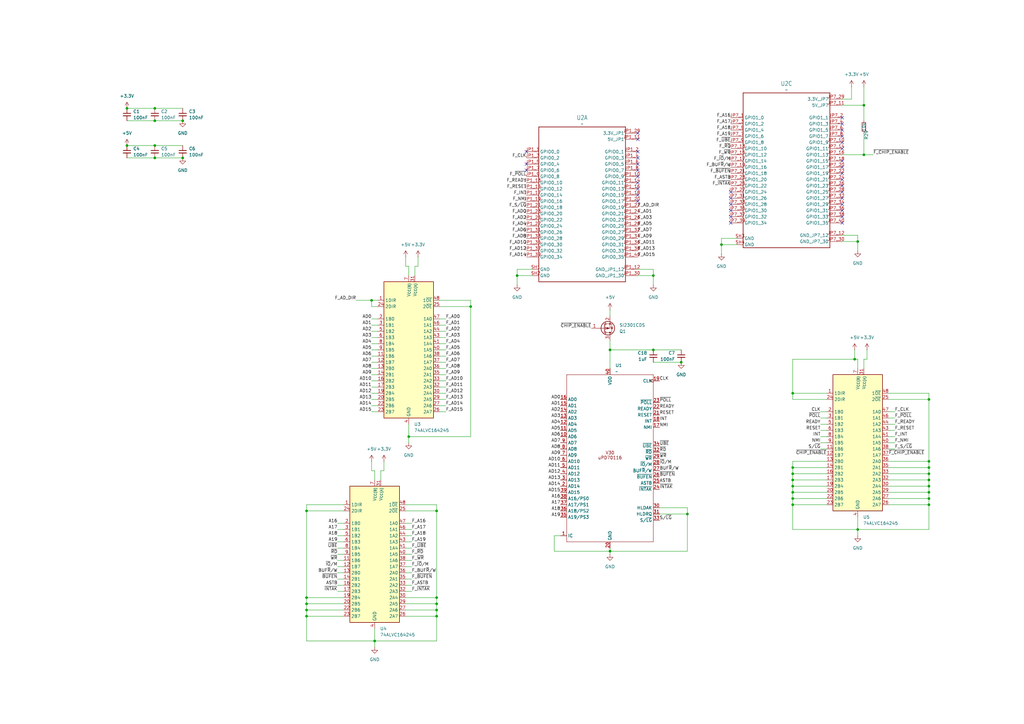
<source format=kicad_sch>
(kicad_sch (version 20231120) (generator "eeschema") (generator_version "8.0")
  (paper "A3")
  (junction (at 325.12 196.85))
  (junction (at 381 191.77))
  (junction (at 325.12 194.31))
  (junction (at 193.04 125.73))
  (junction (at 281.94 210.82))
  (junction (at 125.73 252.73))
  (junction (at 325.12 191.77))
  (junction (at 74.93 64.77))
  (junction (at 267.97 113.03))
  (junction (at 167.64 179.07))
  (junction (at 350.52 147.32))
  (junction (at 179.07 245.11))
  (junction (at 152.4 123.19))
  (junction (at 267.97 143.51))
  (junction (at 354.33 43.18))
  (junction (at 250.19 143.51))
  (junction (at 74.93 49.53))
  (junction (at 325.12 204.47))
  (junction (at 63.5 44.45))
  (junction (at 63.5 59.69))
  (junction (at 381 199.39))
  (junction (at 125.73 209.55))
  (junction (at 325.12 201.93))
  (junction (at 381 201.93))
  (junction (at 351.79 217.17))
  (junction (at 179.07 247.65))
  (junction (at 125.73 250.19))
  (junction (at 381 196.85))
  (junction (at 381 204.47))
  (junction (at 279.4 148.59))
  (junction (at 153.67 262.89))
  (junction (at 52.07 44.45))
  (junction (at 351.79 99.06))
  (junction (at 325.12 207.01))
  (junction (at 179.07 209.55))
  (junction (at 325.12 199.39))
  (junction (at 125.73 245.11))
  (junction (at 295.91 100.33))
  (junction (at 381 207.01))
  (junction (at 381 163.83))
  (junction (at 125.73 247.65))
  (junction (at 179.07 252.73))
  (junction (at 250.19 226.06))
  (junction (at 179.07 250.19))
  (junction (at 381 194.31))
  (junction (at 63.5 49.53))
  (junction (at 63.5 64.77))
  (junction (at 325.12 161.29))
  (junction (at 212.09 113.03))
  (junction (at 381 189.23))
  (junction (at 52.07 59.69))
  (junction (at 354.33 63.5))
  (no_connect (at 215.9 67.31))
  (no_connect (at 345.44 86.36))
  (no_connect (at 261.62 54.61))
  (no_connect (at 299.72 78.74))
  (no_connect (at 345.44 91.44))
  (no_connect (at 345.44 53.34))
  (no_connect (at 261.62 64.77))
  (no_connect (at 261.62 77.47))
  (no_connect (at 345.44 83.82))
  (no_connect (at 345.44 50.8))
  (no_connect (at 215.9 69.85))
  (no_connect (at 345.44 71.12))
  (no_connect (at 261.62 74.93))
  (no_connect (at 345.44 88.9))
  (no_connect (at 345.44 48.26))
  (no_connect (at 299.72 83.82))
  (no_connect (at 299.72 91.44))
  (no_connect (at 345.44 58.42))
  (no_connect (at 261.62 67.31))
  (no_connect (at 345.44 68.58))
  (no_connect (at 215.9 62.23))
  (no_connect (at 345.44 66.04))
  (no_connect (at 261.62 57.15))
  (no_connect (at 299.72 86.36))
  (no_connect (at 345.44 76.2))
  (no_connect (at 345.44 78.74))
  (no_connect (at 261.62 62.23))
  (no_connect (at 261.62 80.01))
  (no_connect (at 261.62 69.85))
  (no_connect (at 345.44 55.88))
  (no_connect (at 261.62 82.55))
  (no_connect (at 345.44 60.96))
  (no_connect (at 299.72 81.28))
  (no_connect (at 261.62 72.39))
  (no_connect (at 345.44 81.28))
  (no_connect (at 299.72 88.9))
  (no_connect (at 345.44 73.66))
  (wire (pts (xy 364.49 163.83) (xy 381 163.83)))
  (wire (pts (xy 267.97 113.03) (xy 267.97 116.84)))
  (wire (pts (xy 152.4 161.29) (xy 154.94 161.29)))
  (wire (pts (xy 381 194.31) (xy 381 191.77)))
  (wire (pts (xy 355.6 147.32) (xy 355.6 143.51)))
  (wire (pts (xy 325.12 163.83) (xy 339.09 163.83)))
  (wire (pts (xy 281.94 208.28) (xy 281.94 210.82)))
  (wire (pts (xy 180.34 146.05) (xy 182.88 146.05)))
  (wire (pts (xy 270.51 208.28) (xy 281.94 208.28)))
  (wire (pts (xy 350.52 147.32) (xy 325.12 147.32)))
  (wire (pts (xy 270.51 210.82) (xy 281.94 210.82)))
  (wire (pts (xy 354.33 54.61) (xy 354.33 63.5)))
  (wire (pts (xy 351.79 96.52) (xy 351.79 99.06)))
  (wire (pts (xy 140.97 224.79) (xy 138.43 224.79)))
  (wire (pts (xy 364.49 199.39) (xy 381 199.39)))
  (wire (pts (xy 125.73 250.19) (xy 140.97 250.19)))
  (wire (pts (xy 325.12 147.32) (xy 325.12 161.29)))
  (wire (pts (xy 125.73 252.73) (xy 125.73 262.89)))
  (wire (pts (xy 325.12 189.23) (xy 325.12 191.77)))
  (wire (pts (xy 152.4 156.21) (xy 154.94 156.21)))
  (wire (pts (xy 167.64 109.22) (xy 166.37 109.22)))
  (wire (pts (xy 140.97 227.33) (xy 138.43 227.33)))
  (wire (pts (xy 179.07 209.55) (xy 179.07 207.01)))
  (wire (pts (xy 350.52 147.32) (xy 350.52 143.51)))
  (wire (pts (xy 140.97 247.65) (xy 125.73 247.65)))
  (wire (pts (xy 152.4 151.13) (xy 154.94 151.13)))
  (wire (pts (xy 153.67 196.85) (xy 153.67 193.04)))
  (wire (pts (xy 152.4 148.59) (xy 154.94 148.59)))
  (wire (pts (xy 339.09 179.07) (xy 336.55 179.07)))
  (wire (pts (xy 125.73 245.11) (xy 140.97 245.11)))
  (wire (pts (xy 152.4 193.04) (xy 152.4 189.23)))
  (wire (pts (xy 381 217.17) (xy 351.79 217.17)))
  (wire (pts (xy 168.91 227.33) (xy 166.37 227.33)))
  (wire (pts (xy 227.33 219.71) (xy 227.33 226.06)))
  (wire (pts (xy 140.97 232.41) (xy 138.43 232.41)))
  (wire (pts (xy 364.49 194.31) (xy 381 194.31)))
  (wire (pts (xy 146.05 123.19) (xy 152.4 123.19)))
  (wire (pts (xy 212.09 113.03) (xy 212.09 116.84)))
  (wire (pts (xy 180.34 125.73) (xy 193.04 125.73)))
  (wire (pts (xy 367.03 173.99) (xy 364.49 173.99)))
  (wire (pts (xy 63.5 44.45) (xy 74.93 44.45)))
  (wire (pts (xy 354.33 63.5) (xy 345.44 63.5)))
  (wire (pts (xy 152.4 163.83) (xy 154.94 163.83)))
  (wire (pts (xy 358.14 63.5) (xy 354.33 63.5)))
  (wire (pts (xy 381 196.85) (xy 381 194.31)))
  (wire (pts (xy 180.34 156.21) (xy 182.88 156.21)))
  (wire (pts (xy 52.07 49.53) (xy 63.5 49.53)))
  (wire (pts (xy 168.91 222.25) (xy 166.37 222.25)))
  (wire (pts (xy 152.4 140.97) (xy 154.94 140.97)))
  (wire (pts (xy 339.09 171.45) (xy 336.55 171.45)))
  (wire (pts (xy 152.4 153.67) (xy 154.94 153.67)))
  (wire (pts (xy 325.12 189.23) (xy 339.09 189.23)))
  (wire (pts (xy 152.4 135.89) (xy 154.94 135.89)))
  (wire (pts (xy 157.48 193.04) (xy 157.48 189.23)))
  (wire (pts (xy 152.4 123.19) (xy 154.94 123.19)))
  (wire (pts (xy 295.91 100.33) (xy 295.91 104.14)))
  (wire (pts (xy 325.12 204.47) (xy 325.12 207.01)))
  (wire (pts (xy 381 199.39) (xy 381 196.85)))
  (wire (pts (xy 354.33 147.32) (xy 355.6 147.32)))
  (wire (pts (xy 166.37 109.22) (xy 166.37 105.41)))
  (wire (pts (xy 250.19 139.7) (xy 250.19 143.51)))
  (wire (pts (xy 171.45 109.22) (xy 171.45 105.41)))
  (wire (pts (xy 339.09 184.15) (xy 336.55 184.15)))
  (wire (pts (xy 325.12 194.31) (xy 339.09 194.31)))
  (wire (pts (xy 381 207.01) (xy 381 204.47)))
  (wire (pts (xy 325.12 199.39) (xy 325.12 201.93)))
  (wire (pts (xy 193.04 123.19) (xy 193.04 125.73)))
  (wire (pts (xy 168.91 232.41) (xy 166.37 232.41)))
  (wire (pts (xy 180.34 135.89) (xy 182.88 135.89)))
  (wire (pts (xy 381 163.83) (xy 381 189.23)))
  (wire (pts (xy 351.79 147.32) (xy 350.52 147.32)))
  (wire (pts (xy 156.21 196.85) (xy 156.21 193.04)))
  (wire (pts (xy 153.67 262.89) (xy 153.67 265.43)))
  (wire (pts (xy 125.73 207.01) (xy 125.73 209.55)))
  (wire (pts (xy 166.37 209.55) (xy 179.07 209.55)))
  (wire (pts (xy 339.09 181.61) (xy 336.55 181.61)))
  (wire (pts (xy 170.18 113.03) (xy 170.18 109.22)))
  (wire (pts (xy 180.34 166.37) (xy 182.88 166.37)))
  (wire (pts (xy 63.5 49.53) (xy 74.93 49.53)))
  (wire (pts (xy 339.09 161.29) (xy 325.12 161.29)))
  (wire (pts (xy 166.37 245.11) (xy 179.07 245.11)))
  (wire (pts (xy 168.91 229.87) (xy 166.37 229.87)))
  (wire (pts (xy 180.34 151.13) (xy 182.88 151.13)))
  (wire (pts (xy 152.4 146.05) (xy 154.94 146.05)))
  (wire (pts (xy 52.07 59.69) (xy 63.5 59.69)))
  (wire (pts (xy 168.91 224.79) (xy 166.37 224.79)))
  (wire (pts (xy 179.07 252.73) (xy 179.07 250.19)))
  (wire (pts (xy 345.44 43.18) (xy 354.33 43.18)))
  (wire (pts (xy 166.37 252.73) (xy 179.07 252.73)))
  (wire (pts (xy 250.19 127) (xy 250.19 129.54)))
  (wire (pts (xy 354.33 151.13) (xy 354.33 147.32)))
  (wire (pts (xy 261.62 110.49) (xy 267.97 110.49)))
  (wire (pts (xy 152.4 125.73) (xy 152.4 123.19)))
  (wire (pts (xy 125.73 252.73) (xy 140.97 252.73)))
  (wire (pts (xy 156.21 193.04) (xy 157.48 193.04)))
  (wire (pts (xy 351.79 212.09) (xy 351.79 217.17)))
  (wire (pts (xy 279.4 148.59) (xy 267.97 148.59)))
  (wire (pts (xy 180.34 123.19) (xy 193.04 123.19)))
  (wire (pts (xy 167.64 113.03) (xy 167.64 109.22)))
  (wire (pts (xy 267.97 110.49) (xy 267.97 113.03)))
  (wire (pts (xy 261.62 113.03) (xy 267.97 113.03)))
  (wire (pts (xy 193.04 125.73) (xy 193.04 179.07)))
  (wire (pts (xy 325.12 207.01) (xy 325.12 217.17)))
  (wire (pts (xy 140.97 217.17) (xy 138.43 217.17)))
  (wire (pts (xy 325.12 191.77) (xy 339.09 191.77)))
  (wire (pts (xy 179.07 247.65) (xy 179.07 245.11)))
  (wire (pts (xy 381 163.83) (xy 381 161.29)))
  (wire (pts (xy 140.97 222.25) (xy 138.43 222.25)))
  (wire (pts (xy 125.73 247.65) (xy 125.73 250.19)))
  (wire (pts (xy 180.34 148.59) (xy 182.88 148.59)))
  (wire (pts (xy 180.34 138.43) (xy 182.88 138.43)))
  (wire (pts (xy 52.07 64.77) (xy 63.5 64.77)))
  (wire (pts (xy 125.73 262.89) (xy 153.67 262.89)))
  (wire (pts (xy 125.73 245.11) (xy 125.73 209.55)))
  (wire (pts (xy 325.12 204.47) (xy 339.09 204.47)))
  (wire (pts (xy 364.49 196.85) (xy 381 196.85)))
  (wire (pts (xy 281.94 226.06) (xy 250.19 226.06)))
  (wire (pts (xy 364.49 204.47) (xy 381 204.47)))
  (wire (pts (xy 179.07 250.19) (xy 179.07 247.65)))
  (wire (pts (xy 367.03 181.61) (xy 364.49 181.61)))
  (wire (pts (xy 152.4 133.35) (xy 154.94 133.35)))
  (wire (pts (xy 140.97 229.87) (xy 138.43 229.87)))
  (wire (pts (xy 180.34 130.81) (xy 182.88 130.81)))
  (wire (pts (xy 179.07 262.89) (xy 179.07 252.73)))
  (wire (pts (xy 180.34 133.35) (xy 182.88 133.35)))
  (wire (pts (xy 364.49 201.93) (xy 381 201.93)))
  (wire (pts (xy 339.09 176.53) (xy 336.55 176.53)))
  (wire (pts (xy 325.12 194.31) (xy 325.12 196.85)))
  (wire (pts (xy 167.64 173.99) (xy 167.64 179.07)))
  (wire (pts (xy 354.33 43.18) (xy 354.33 49.53)))
  (wire (pts (xy 325.12 201.93) (xy 325.12 204.47)))
  (wire (pts (xy 168.91 234.95) (xy 166.37 234.95)))
  (wire (pts (xy 339.09 168.91) (xy 336.55 168.91)))
  (wire (pts (xy 354.33 43.18) (xy 354.33 35.56)))
  (wire (pts (xy 367.03 184.15) (xy 364.49 184.15)))
  (wire (pts (xy 63.5 64.77) (xy 74.93 64.77)))
  (wire (pts (xy 125.73 209.55) (xy 140.97 209.55)))
  (wire (pts (xy 125.73 247.65) (xy 125.73 245.11)))
  (wire (pts (xy 180.34 153.67) (xy 182.88 153.67)))
  (wire (pts (xy 180.34 140.97) (xy 182.88 140.97)))
  (wire (pts (xy 170.18 109.22) (xy 171.45 109.22)))
  (wire (pts (xy 351.79 217.17) (xy 351.79 219.71)))
  (wire (pts (xy 52.07 44.45) (xy 63.5 44.45)))
  (wire (pts (xy 345.44 99.06) (xy 351.79 99.06)))
  (wire (pts (xy 279.4 143.51) (xy 267.97 143.51)))
  (wire (pts (xy 125.73 250.19) (xy 125.73 252.73)))
  (wire (pts (xy 367.03 171.45) (xy 364.49 171.45)))
  (wire (pts (xy 381 161.29) (xy 364.49 161.29)))
  (wire (pts (xy 152.4 130.81) (xy 154.94 130.81)))
  (wire (pts (xy 180.34 163.83) (xy 182.88 163.83)))
  (wire (pts (xy 367.03 176.53) (xy 364.49 176.53)))
  (wire (pts (xy 140.97 242.57) (xy 138.43 242.57)))
  (wire (pts (xy 167.64 179.07) (xy 167.64 181.61)))
  (wire (pts (xy 325.12 196.85) (xy 325.12 199.39)))
  (wire (pts (xy 345.44 40.64) (xy 349.25 40.64)))
  (wire (pts (xy 302.26 100.33) (xy 295.91 100.33)))
  (wire (pts (xy 364.49 189.23) (xy 381 189.23)))
  (wire (pts (xy 180.34 158.75) (xy 182.88 158.75)))
  (wire (pts (xy 349.25 40.64) (xy 349.25 35.56)))
  (wire (pts (xy 295.91 97.79) (xy 295.91 100.33)))
  (wire (pts (xy 351.79 99.06) (xy 351.79 102.87)))
  (wire (pts (xy 367.03 168.91) (xy 364.49 168.91)))
  (wire (pts (xy 168.91 217.17) (xy 166.37 217.17)))
  (wire (pts (xy 218.44 113.03) (xy 212.09 113.03)))
  (wire (pts (xy 212.09 110.49) (xy 212.09 113.03)))
  (wire (pts (xy 339.09 173.99) (xy 336.55 173.99)))
  (wire (pts (xy 302.26 97.79) (xy 295.91 97.79)))
  (wire (pts (xy 381 217.17) (xy 381 207.01)))
  (wire (pts (xy 152.4 168.91) (xy 154.94 168.91)))
  (wire (pts (xy 152.4 166.37) (xy 154.94 166.37)))
  (wire (pts (xy 140.97 207.01) (xy 125.73 207.01)))
  (wire (pts (xy 153.67 193.04) (xy 152.4 193.04)))
  (wire (pts (xy 168.91 219.71) (xy 166.37 219.71)))
  (wire (pts (xy 168.91 240.03) (xy 166.37 240.03)))
  (wire (pts (xy 381 204.47) (xy 381 201.93)))
  (wire (pts (xy 325.12 199.39) (xy 339.09 199.39)))
  (wire (pts (xy 140.97 240.03) (xy 138.43 240.03)))
  (wire (pts (xy 325.12 217.17) (xy 351.79 217.17)))
  (wire (pts (xy 168.91 242.57) (xy 166.37 242.57)))
  (wire (pts (xy 168.91 214.63) (xy 166.37 214.63)))
  (wire (pts (xy 63.5 59.69) (xy 74.93 59.69)))
  (wire (pts (xy 179.07 207.01) (xy 166.37 207.01)))
  (wire (pts (xy 180.34 161.29) (xy 182.88 161.29)))
  (wire (pts (xy 250.19 143.51) (xy 267.97 143.51)))
  (wire (pts (xy 180.34 168.91) (xy 182.88 168.91)))
  (wire (pts (xy 381 201.93) (xy 381 199.39)))
  (wire (pts (xy 152.4 158.75) (xy 154.94 158.75)))
  (wire (pts (xy 218.44 110.49) (xy 212.09 110.49)))
  (wire (pts (xy 364.49 207.01) (xy 381 207.01)))
  (wire (pts (xy 168.91 237.49) (xy 166.37 237.49)))
  (wire (pts (xy 325.12 161.29) (xy 325.12 163.83)))
  (wire (pts (xy 351.79 151.13) (xy 351.79 147.32)))
  (wire (pts (xy 180.34 143.51) (xy 182.88 143.51)))
  (wire (pts (xy 229.87 219.71) (xy 227.33 219.71)))
  (wire (pts (xy 227.33 226.06) (xy 250.19 226.06)))
  (wire (pts (xy 140.97 219.71) (xy 138.43 219.71)))
  (wire (pts (xy 325.12 207.01) (xy 339.09 207.01)))
  (wire (pts (xy 367.03 179.07) (xy 364.49 179.07)))
  (wire (pts (xy 325.12 201.93) (xy 339.09 201.93)))
  (wire (pts (xy 364.49 191.77) (xy 381 191.77)))
  (wire (pts (xy 325.12 191.77) (xy 325.12 194.31)))
  (wire (pts (xy 179.07 262.89) (xy 153.67 262.89)))
  (wire (pts (xy 179.07 245.11) (xy 179.07 209.55)))
  (wire (pts (xy 166.37 247.65) (xy 179.07 247.65)))
  (wire (pts (xy 345.44 96.52) (xy 351.79 96.52)))
  (wire (pts (xy 281.94 210.82) (xy 281.94 226.06)))
  (wire (pts (xy 140.97 234.95) (xy 138.43 234.95)))
  (wire (pts (xy 154.94 125.73) (xy 152.4 125.73)))
  (wire (pts (xy 166.37 250.19) (xy 179.07 250.19)))
  (wire (pts (xy 250.19 143.51) (xy 250.19 151.13)))
  (wire (pts (xy 250.19 224.79) (xy 250.19 226.06)))
  (wire (pts (xy 381 191.77) (xy 381 189.23)))
  (wire (pts (xy 152.4 138.43) (xy 154.94 138.43)))
  (wire (pts (xy 250.19 226.06) (xy 250.19 227.33)))
  (wire (pts (xy 152.4 143.51) (xy 154.94 143.51)))
  (wire (pts (xy 153.67 257.81) (xy 153.67 262.89)))
  (wire (pts (xy 193.04 179.07) (xy 167.64 179.07)))
  (wire (pts (xy 140.97 237.49) (xy 138.43 237.49)))
  (wire (pts (xy 140.97 214.63) (xy 138.43 214.63)))
  (wire (pts (xy 325.12 196.85) (xy 339.09 196.85)))
  (label "AD9" (at 229.87 186.69 180))
  (label "F_AD6" (at 182.88 146.05 0))
  (label "~{IO}{slash}M" (at 138.43 232.41 180))
  (label "AD3" (at 229.87 171.45 180))
  (label "A17" (at 229.87 207.01 180))
  (label "ASTB" (at 270.51 198.12 0))
  (label "~{RD}" (at 270.51 185.42 0))
  (label "~{INTAK}" (at 138.43 242.57 180))
  (label "AD7" (at 152.4 148.59 180))
  (label "A18" (at 229.87 209.55 180))
  (label "F_AD14" (at 182.88 166.37 0))
  (label "F_BUF~{R}{slash}W" (at 299.72 68.58 180))
  (label "INT" (at 270.51 172.72 0))
  (label "A19" (at 229.87 212.09 180))
  (label "F_S{slash}~{LG}" (at 367.03 184.15 0))
  (label "ASTB" (at 138.43 240.03 180))
  (label "AD13" (at 152.4 163.83 180))
  (label "~{RD}" (at 138.43 227.33 180))
  (label "F_AD_DIR" (at 261.62 85.09 0))
  (label "F_A17" (at 299.72 50.8 180))
  (label "~{F_CHIP_ENABLE}" (at 358.14 63.5 0))
  (label "~{CHIP_ENABLE}" (at 242.57 134.62 180))
  (label "~{CHIP_ENABLE}" (at 339.09 186.69 180))
  (label "INT" (at 336.55 179.07 180))
  (label "F_AD1" (at 182.88 133.35 0))
  (label "F_AD3" (at 261.62 90.17 0))
  (label "AD8" (at 152.4 151.13 180))
  (label "F_CLK" (at 367.03 168.91 0))
  (label "~{UBE}" (at 270.51 182.88 0))
  (label "AD12" (at 152.4 161.29 180))
  (label "AD6" (at 152.4 146.05 180))
  (label "F_AD13" (at 182.88 163.83 0))
  (label "F_~{INTAK}" (at 168.91 242.57 0))
  (label "F_~{POLL}" (at 367.03 171.45 0))
  (label "F_AD0" (at 182.88 130.81 0))
  (label "F_A19" (at 299.72 55.88 180))
  (label "F_BUF~{R}{slash}W" (at 168.91 234.95 0))
  (label "F_A16" (at 299.72 48.26 180))
  (label "F_READY" (at 367.03 173.99 0))
  (label "F_AD5" (at 182.88 143.51 0))
  (label "F_AD10" (at 182.88 156.21 0))
  (label "AD10" (at 229.87 189.23 180))
  (label "F_ASTB" (at 299.72 73.66 180))
  (label "~{INTAK}" (at 270.51 200.66 0))
  (label "~{POLL}" (at 270.51 165.1 0))
  (label "F_A19" (at 168.91 222.25 0))
  (label "F_AD4" (at 182.88 140.97 0))
  (label "CLK" (at 336.55 168.91 180))
  (label "F_AD14" (at 215.9 105.41 180))
  (label "NMI" (at 336.55 181.61 180))
  (label "F_AD_DIR" (at 146.05 123.19 180))
  (label "A18" (at 138.43 219.71 180))
  (label "NMI" (at 270.51 175.26 0))
  (label "F_CLK" (at 215.9 64.77 180))
  (label "F_AD8" (at 182.88 151.13 0))
  (label "F_AD11" (at 182.88 158.75 0))
  (label "AD4" (at 229.87 173.99 180))
  (label "F_AD0" (at 215.9 87.63 180))
  (label "A16" (at 229.87 204.47 180))
  (label "F_~{BUFEN}" (at 168.91 237.49 0))
  (label "~{UBE}" (at 138.43 224.79 180))
  (label "F_AD6" (at 215.9 95.25 180))
  (label "AD5" (at 152.4 143.51 180))
  (label "F_~{RD}" (at 168.91 227.33 0))
  (label "F_~{UBE}" (at 168.91 224.79 0))
  (label "F_AD7" (at 182.88 148.59 0))
  (label "F_AD13" (at 261.62 102.87 0))
  (label "F_~{WR}" (at 168.91 229.87 0))
  (label "~{BUFEN}" (at 270.51 195.58 0))
  (label "AD2" (at 152.4 135.89 180))
  (label "F_AD8" (at 215.9 97.79 180))
  (label "BUF~{R}{slash}W" (at 270.51 193.04 0))
  (label "AD14" (at 229.87 199.39 180))
  (label "BUF~{R}{slash}W" (at 138.43 234.95 180))
  (label "F_AD11" (at 261.62 100.33 0))
  (label "RESET" (at 336.55 176.53 180))
  (label "F_AD15" (at 261.62 105.41 0))
  (label "AD3" (at 152.4 138.43 180))
  (label "S{slash}~{LG}" (at 336.55 184.15 180))
  (label "F_A17" (at 168.91 217.17 0))
  (label "F_AD7" (at 261.62 95.25 0))
  (label "A17" (at 138.43 217.17 180))
  (label "F_AD9" (at 182.88 153.67 0))
  (label "RESET" (at 270.51 170.18 0))
  (label "A19" (at 138.43 222.25 180))
  (label "AD0" (at 229.87 163.83 180))
  (label "~{WR}" (at 138.43 229.87 180))
  (label "A16" (at 138.43 214.63 180))
  (label "F_INT" (at 367.03 179.07 0))
  (label "F_AD12" (at 215.9 102.87 180))
  (label "AD1" (at 152.4 133.35 180))
  (label "F_~{UBE}" (at 299.72 58.42 180))
  (label "AD1" (at 229.87 166.37 180))
  (label "F_AD9" (at 261.62 97.79 0))
  (label "AD14" (at 152.4 166.37 180))
  (label "F_A18" (at 299.72 53.34 180))
  (label "F_~{IO}{slash}M" (at 299.72 66.04 180))
  (label "AD2" (at 229.87 168.91 180))
  (label "AD10" (at 152.4 156.21 180))
  (label "AD15" (at 229.87 201.93 180))
  (label "F_INT" (at 215.9 80.01 180))
  (label "F_~{BUFEN}" (at 299.72 71.12 180))
  (label "F_~{RD}" (at 299.72 60.96 180))
  (label "F_~{INTAK}" (at 299.72 76.2 180))
  (label "F_READY" (at 215.9 74.93 180))
  (label "F_AD3" (at 182.88 138.43 0))
  (label "AD9" (at 152.4 153.67 180))
  (label "AD11" (at 229.87 191.77 180))
  (label "F_A18" (at 168.91 219.71 0))
  (label "AD4" (at 152.4 140.97 180))
  (label "AD5" (at 229.87 176.53 180))
  (label "F_S{slash}~{LG}" (at 215.9 85.09 180))
  (label "F_AD4" (at 215.9 92.71 180))
  (label "AD0" (at 152.4 130.81 180))
  (label "F_RESET" (at 367.03 176.53 0))
  (label "AD13" (at 229.87 196.85 180))
  (label "F_ASTB" (at 168.91 240.03 0))
  (label "F_AD15" (at 182.88 168.91 0))
  (label "F_NMI" (at 215.9 82.55 180))
  (label "READY" (at 270.51 167.64 0))
  (label "~{BUFEN}" (at 138.43 237.49 180))
  (label "~{F_CHIP_ENABLE}" (at 364.49 186.69 0))
  (label "F_A16" (at 168.91 214.63 0))
  (label "~{POLL}" (at 336.55 171.45 180))
  (label "AD15" (at 152.4 168.91 180))
  (label "F_~{IO}{slash}M" (at 168.91 232.41 0))
  (label "~{WR}" (at 270.51 187.96 0))
  (label "F_NMI" (at 367.03 181.61 0))
  (label "S{slash}~{LG}" (at 270.51 213.36 0))
  (label "AD12" (at 229.87 194.31 180))
  (label "F_RESET" (at 215.9 77.47 180))
  (label "F_~{WR}" (at 299.72 63.5 180))
  (label "AD11" (at 152.4 158.75 180))
  (label "F_AD2" (at 182.88 135.89 0))
  (label "F_~{POLL}" (at 215.9 72.39 180))
  (label "READY" (at 336.55 173.99 180))
  (label "F_AD12" (at 182.88 161.29 0))
  (label "CLK" (at 270.51 156.21 0))
  (label "F_AD2" (at 215.9 90.17 180))
  (label "AD7" (at 229.87 181.61 180))
  (label "~{IO}{slash}M" (at 270.51 190.5 0))
  (label "AD6" (at 229.87 179.07 180))
  (label "F_AD1" (at 261.62 87.63 0))
  (label "F_AD10" (at 215.9 100.33 180))
  (label "F_AD5" (at 261.62 92.71 0))
  (label "AD8" (at 229.87 184.15 180))
  (symbol (lib_id "Device:C_Small") (at 63.5 62.23 0) (unit 1)
    (property "Reference" "C5" (at 66.04 60.9662 0) (effects (justify left)))
    (property "Value" "100nF" (at 66.04 63.5062 0) (effects (justify left)))
    (property "Footprint" "Capacitor_SMD:C_0603_1608Metric" (effects (hide yes)))
    (property "Description" "Unpolarized capacitor, small symbol" (effects (hide yes)))
    (property "MPN" "C14663" (effects (hide yes)))
  )
  (symbol (lib_id "power:+3.3V") (at 355.6 143.51 0) (unit 1)
    (property "Reference" "#PWR021" (effects (hide yes)))
    (property "Value" "+3.3V" (at 355.6 138.43 0))
    (property "Description" "Power symbol creates a global label with name \"+3.3V\"" (effects (hide yes)))
  )
  (symbol (lib_id "Device:C_Small") (at 74.93 46.99 0) (unit 1)
    (property "Reference" "C3" (at 77.47 45.7262 0) (effects (justify left)))
    (property "Value" "100nF" (at 77.47 48.2662 0) (effects (justify left)))
    (property "Footprint" "Capacitor_SMD:C_0603_1608Metric" (effects (hide yes)))
    (property "Description" "Unpolarized capacitor, small symbol" (effects (hide yes)))
    (property "MPN" "C14663" (effects (hide yes)))
  )
  (symbol (lib_id "power:GND") (at 351.79 219.71 0) (unit 1)
    (property "Reference" "#PWR019" (effects (hide yes)))
    (property "Value" "GND" (at 351.79 224.79 0))
    (property "Description" "Power symbol creates a global label with name \"GND\" , ground" (effects (hide yes)))
  )
  (symbol (lib_id "power:+5V") (at 350.52 143.51 0) (unit 1)
    (property "Reference" "#PWR017" (effects (hide yes)))
    (property "Value" "+5V" (at 350.52 138.43 0))
    (property "Description" "Power symbol creates a global label with name \"+5V\"" (effects (hide yes)))
  )
  (symbol (lib_id "Device:C_Small") (at 267.97 146.05 0) (mirror y) (unit 1)
    (property "Reference" "C18" (at 265.43 144.7862 0) (effects (justify left)))
    (property "Value" "1uF" (at 265.43 147.3262 0) (effects (justify left)))
    (property "Footprint" "Capacitor_SMD:C_0603_1608Metric" (effects (hide yes)))
    (property "Description" "Unpolarized capacitor, small symbol" (effects (hide yes)))
    (property "MPN" "C15849" (effects (hide yes)))
  )
  (symbol (lib_id "power:+5V") (at 166.37 105.41 0) (unit 1)
    (property "Reference" "#PWR08" (effects (hide yes)))
    (property "Value" "+5V" (at 166.37 100.33 0))
    (property "Description" "Power symbol creates a global label with name \"+5V\"" (effects (hide yes)))
  )
  (symbol (lib_id "74xx:74ALVC164245") (at 167.64 143.51 0) (unit 1)
    (property "Reference" "U3" (at 169.8341 173.99 0) (effects (justify left)))
    (property "Value" "74ALVC164245" (at 169.8341 176.53 0) (effects (justify left)))
    (property "Footprint" "Package_SO:TSSOP-48_6.1x12.5mm_P0.5mm" (effects (hide yes)))
    (property "Datasheet" "https://assets.nexperia.com/documents/data-sheet/74ALVC164245.pdf" (effects (hide yes)))
    (property "Description" "16-Bit 2.5V to 3.3V or 3.3V to 5V Level-Shifting Transceiver With 3-State Outputs, TSSOP-48" (effects (hide yes)))
    (property "MPN" "C7128" (effects (hide yes)))
  )
  (symbol (lib_id "power:GND") (at 295.91 104.14 0) (mirror y) (unit 1)
    (property "Reference" "#PWR015" (effects (hide yes)))
    (property "Value" "GND" (at 295.91 109.22 0))
    (property "Description" "Power symbol creates a global label with name \"GND\" , ground" (effects (hide yes)))
  )
  (symbol (lib_id "74xx:74ALVC164245") (at 153.67 227.33 0) (unit 1)
    (property "Reference" "U4" (at 155.8641 257.81 0) (effects (justify left)))
    (property "Value" "74ALVC164245" (at 155.8641 260.35 0) (effects (justify left)))
    (property "Footprint" "Package_SO:TSSOP-48_6.1x12.5mm_P0.5mm" (effects (hide yes)))
    (property "Datasheet" "https://assets.nexperia.com/documents/data-sheet/74ALVC164245.pdf" (effects (hide yes)))
    (property "Description" "16-Bit 2.5V to 3.3V or 3.3V to 5V Level-Shifting Transceiver With 3-State Outputs, TSSOP-48" (effects (hide yes)))
    (property "MPN" "C7128" (effects (hide yes)))
  )
  (symbol (lib_id "power:GND") (at 267.97 116.84 0) (unit 1)
    (property "Reference" "#PWR014" (effects (hide yes)))
    (property "Value" "GND" (at 267.97 121.92 0))
    (property "Description" "Power symbol creates a global label with name \"GND\" , ground" (effects (hide yes)))
  )
  (symbol (lib_id "Device:C_Small") (at 279.4 146.05 0) (mirror y) (unit 1)
    (property "Reference" "C7" (at 276.86 144.7862 0) (effects (justify left)))
    (property "Value" "100nF" (at 276.86 147.3262 0) (effects (justify left)))
    (property "Footprint" "Capacitor_SMD:C_0603_1608Metric" (effects (hide yes)))
    (property "Description" "Unpolarized capacitor, small symbol" (effects (hide yes)))
    (property "MPN" "C14663" (effects (hide yes)))
  )
  (symbol (lib_id "power:+5V") (at 52.07 59.69 0) (unit 1)
    (property "Reference" "#PWR02" (effects (hide yes)))
    (property "Value" "+5V" (at 52.07 54.61 0))
    (property "Description" "Power symbol creates a global label with name \"+5V\"" (effects (hide yes)))
  )
  (symbol (lib_id "power:GND") (at 74.93 64.77 0) (unit 1)
    (property "Reference" "#PWR033" (effects (hide yes)))
    (property "Value" "GND" (at 74.93 69.85 0))
    (property "Description" "Power symbol creates a global label with name \"GND\" , ground" (effects (hide yes)))
  )
  (symbol (lib_id "power:+3.3V") (at 171.45 105.41 0) (unit 1)
    (property "Reference" "#PWR010" (effects (hide yes)))
    (property "Value" "+3.3V" (at 171.45 100.33 0))
    (property "Description" "Power symbol creates a global label with name \"+3.3V\"" (effects (hide yes)))
  )
  (symbol (lib_id "Device:R_Small") (at 354.33 52.07 180) (unit 1)
    (property "Reference" "R29" (at 355.346 55.372 90))
    (property "Value" "10k" (at 354.33 52.07 90))
    (property "Footprint" "Resistor_SMD:R_0603_1608Metric" (effects (hide yes)))
    (property "Description" "Resistor, small symbol" (effects (hide yes)))
    (property "MPN" "C25804" (effects (hide yes)))
  )
  (symbol (lib_id "power:GND") (at 74.93 49.53 0) (unit 1)
    (property "Reference" "#PWR03" (effects (hide yes)))
    (property "Value" "GND" (at 74.93 54.61 0))
    (property "Description" "Power symbol creates a global label with name \"GND\" , ground" (effects (hide yes)))
  )
  (symbol (lib_id "Device:C_Small") (at 52.07 62.23 0) (unit 1)
    (property "Reference" "C4" (at 54.61 60.9662 0) (effects (justify left)))
    (property "Value" "100nF" (at 54.61 63.5062 0) (effects (justify left)))
    (property "Footprint" "Capacitor_SMD:C_0603_1608Metric" (effects (hide yes)))
    (property "Description" "Unpolarized capacitor, small symbol" (effects (hide yes)))
    (property "MPN" "C14663" (effects (hide yes)))
  )
  (symbol (lib_id "Device:C_Small") (at 74.93 62.23 0) (unit 1)
    (property "Reference" "C6" (at 77.47 60.9662 0) (effects (justify left)))
    (property "Value" "100nF" (at 77.47 63.5062 0) (effects (justify left)))
    (property "Footprint" "Capacitor_SMD:C_0603_1608Metric" (effects (hide yes)))
    (property "Description" "Unpolarized capacitor, small symbol" (effects (hide yes)))
    (property "MPN" "C14663" (effects (hide yes)))
  )
  (symbol (lib_id "Device:C_Small") (at 63.5 46.99 0) (unit 1)
    (property "Reference" "C2" (at 66.04 45.7262 0) (effects (justify left)))
    (property "Value" "100nF" (at 66.04 48.2662 0) (effects (justify left)))
    (property "Footprint" "Capacitor_SMD:C_0603_1608Metric" (effects (hide yes)))
    (property "Description" "Unpolarized capacitor, small symbol" (effects (hide yes)))
    (property "MPN" "C14663" (effects (hide yes)))
  )
  (symbol (lib_id "power:GND") (at 153.67 265.43 0) (unit 1)
    (property "Reference" "#PWR06" (effects (hide yes)))
    (property "Value" "GND" (at 153.67 270.51 0))
    (property "Description" "Power symbol creates a global label with name \"GND\" , ground" (effects (hide yes)))
  )
  (symbol (lib_id "power:+3.3V") (at 157.48 189.23 0) (unit 1)
    (property "Reference" "#PWR07" (effects (hide yes)))
    (property "Value" "+3.3V" (at 157.48 184.15 0))
    (property "Description" "Power symbol creates a global label with name \"+3.3V\"" (effects (hide yes)))
  )
  (symbol (lib_id "power:GND") (at 212.09 116.84 0) (mirror y) (unit 1)
    (property "Reference" "#PWR013" (effects (hide yes)))
    (property "Value" "GND" (at 212.09 121.92 0))
    (property "Description" "Power symbol creates a global label with name \"GND\" , ground" (effects (hide yes)))
  )
  (symbol (lib_id "NEC-DE10:P0496") (at 322.58 71.12 0) (unit 3)
    (property "Reference" "U2" (at 322.58 34.29 0) (effects (font (size 1.778 1.5113))))
    (property "Value" "~" (at 322.58 36.83 0) (effects (font (size 1.778 1.5113))))
    (property "Footprint" "NEC-DE10:MODULE_P0496" (effects (hide yes)))
    (property "Description" "https://pricing.snapeda.com/parts/P0496/Terasic%20Inc./view-part?ref=eda Check availability" (effects (hide yes)))
  )
  (symbol (lib_id "power:+5V") (at 152.4 189.23 0) (unit 1)
    (property "Reference" "#PWR05" (effects (hide yes)))
    (property "Value" "+5V" (at 152.4 184.15 0))
    (property "Description" "Power symbol creates a global label with name \"+5V\"" (effects (hide yes)))
  )
  (symbol (lib_id "Device:Q_PMOS_GSD") (at 247.65 134.62 0) (mirror x) (unit 1)
    (property "Reference" "Q1" (at 254 135.8901 0) (effects (justify left)))
    (property "Value" "SI2301CDS" (at 254 133.3501 0) (effects (justify left)))
    (property "Footprint" "Package_TO_SOT_SMD:SOT-23" (effects (hide yes)))
    (property "Description" "P-MOSFET transistor, gate/source/drain" (effects (hide yes)))
    (property "MPN" "C10487" (effects (hide yes)))
  )
  (symbol (lib_id "power:+5V") (at 354.33 35.56 0) (unit 1)
    (property "Reference" "#PWR020" (effects (hide yes)))
    (property "Value" "+5V" (at 354.33 30.48 0))
    (property "Description" "Power symbol creates a global label with name \"+5V\"" (effects (hide yes)))
  )
  (symbol (lib_id "74xx:74ALVC164245") (at 351.79 181.61 0) (unit 1)
    (property "Reference" "U5" (at 353.9841 212.09 0) (effects (justify left)))
    (property "Value" "74ALVC164245" (at 353.9841 214.63 0) (effects (justify left)))
    (property "Footprint" "Package_SO:TSSOP-48_6.1x12.5mm_P0.5mm" (effects (hide yes)))
    (property "Datasheet" "https://assets.nexperia.com/documents/data-sheet/74ALVC164245.pdf" (effects (hide yes)))
    (property "Description" "16-Bit 2.5V to 3.3V or 3.3V to 5V Level-Shifting Transceiver With 3-State Outputs, TSSOP-48" (effects (hide yes)))
    (property "MPN" "C7128" (effects (hide yes)))
  )
  (symbol (lib_id "power:GND") (at 250.19 227.33 0) (unit 1)
    (property "Reference" "#PWR012" (effects (hide yes)))
    (property "Value" "GND" (at 250.19 232.41 0))
    (property "Description" "Power symbol creates a global label with name \"GND\" , ground" (effects (hide yes)))
  )
  (symbol (lib_id "NEC-DE10:V30") (at 250.19 186.69 0) (unit 1)
    (property "Reference" "U1" (at 252.3841 149.86 0) (effects (justify left)))
    (property "Value" "~" (at 252.3841 152.4 0) (effects (justify left)))
    (property "Footprint" "Package_DIP:DIP-40_W15.24mm_Socket" (effects (hide yes)))
  )
  (symbol (lib_id "power:GND") (at 279.4 148.59 0) (mirror y) (unit 1)
    (property "Reference" "#PWR04" (effects (hide yes)))
    (property "Value" "GND" (at 279.4 153.67 0))
    (property "Description" "Power symbol creates a global label with name \"GND\" , ground" (effects (hide yes)))
  )
  (symbol (lib_id "power:+5V") (at 250.19 127 0) (unit 1)
    (property "Reference" "#PWR011" (effects (hide yes)))
    (property "Value" "+5V" (at 250.19 121.92 0))
    (property "Description" "Power symbol creates a global label with name \"+5V\"" (effects (hide yes)))
  )
  (symbol (lib_id "Device:C_Small") (at 52.07 46.99 0) (unit 1)
    (property "Reference" "C1" (at 54.61 45.7262 0) (effects (justify left)))
    (property "Value" "100nF" (at 54.61 48.2662 0) (effects (justify left)))
    (property "Footprint" "Capacitor_SMD:C_0603_1608Metric" (effects (hide yes)))
    (property "Description" "Unpolarized capacitor, small symbol" (effects (hide yes)))
    (property "MPN" "C14663" (effects (hide yes)))
  )
  (symbol (lib_id "power:GND") (at 351.79 102.87 0) (unit 1)
    (property "Reference" "#PWR018" (effects (hide yes)))
    (property "Value" "GND" (at 351.79 107.95 0))
    (property "Description" "Power symbol creates a global label with name \"GND\" , ground" (effects (hide yes)))
  )
  (symbol (lib_name "P0496_1") (lib_id "NEC-DE10:P0496") (at 238.76 82.55 0) (unit 1)
    (property "Reference" "U2" (at 238.76 48.26 0) (effects (font (size 1.778 1.5113))))
    (property "Value" "~" (at 238.76 50.8 0) (effects (font (size 1.778 1.5113))))
    (property "Footprint" "NEC-DE10:MODULE_P0496" (effects (hide yes)))
    (property "Description" "https://pricing.snapeda.com/parts/P0496/Terasic%20Inc./view-part?ref=eda Check availability" (effects (hide yes)))
  )
  (symbol (lib_id "power:+3.3V") (at 349.25 35.56 0) (unit 1)
    (property "Reference" "#PWR016" (effects (hide yes)))
    (property "Value" "+3.3V" (at 349.25 30.48 0))
    (property "Description" "Power symbol creates a global label with name \"+3.3V\"" (effects (hide yes)))
  )
  (symbol (lib_id "power:GND") (at 167.64 181.61 0) (unit 1)
    (property "Reference" "#PWR09" (effects (hide yes)))
    (property "Value" "GND" (at 167.64 186.69 0))
    (property "Description" "Power symbol creates a global label with name \"GND\" , ground" (effects (hide yes)))
  )
  (symbol (lib_id "power:+3.3V") (at 52.07 44.45 0) (unit 1)
    (property "Reference" "#PWR01" (effects (hide yes)))
    (property "Value" "+3.3V" (at 52.07 39.37 0))
    (property "Description" "Power symbol creates a global label with name \"+3.3V\"" (effects (hide yes)))
  )
)
</source>
